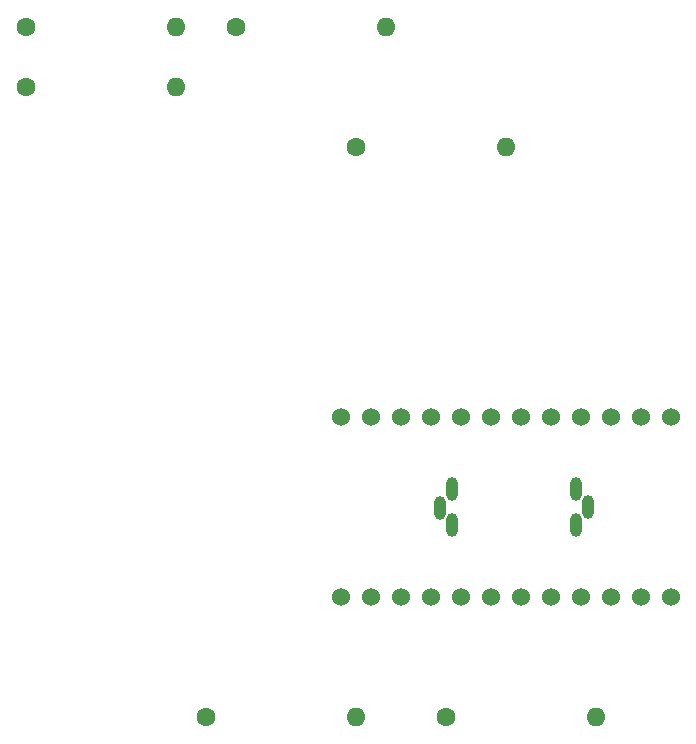
<source format=gbr>
%TF.GenerationSoftware,KiCad,Pcbnew,(7.0.0)*%
%TF.CreationDate,2023-08-10T15:45:04+02:00*%
%TF.ProjectId,JIG_MULTI,4a49475f-4d55-44c5-9449-2e6b69636164,rev?*%
%TF.SameCoordinates,Original*%
%TF.FileFunction,Soldermask,Bot*%
%TF.FilePolarity,Negative*%
%FSLAX46Y46*%
G04 Gerber Fmt 4.6, Leading zero omitted, Abs format (unit mm)*
G04 Created by KiCad (PCBNEW (7.0.0)) date 2023-08-10 15:45:04*
%MOMM*%
%LPD*%
G01*
G04 APERTURE LIST*
%ADD10C,1.524000*%
%ADD11C,1.600000*%
%ADD12O,1.600000X1.600000*%
%ADD13O,1.000000X2.000000*%
G04 APERTURE END LIST*
D10*
%TO.C,U3*%
X69850000Y-88900000D03*
X72390000Y-88900000D03*
X74930000Y-88900000D03*
X77470000Y-88900000D03*
X80010000Y-88900000D03*
X82550000Y-88900000D03*
X85090000Y-88900000D03*
X87630000Y-88900000D03*
X90170000Y-88900000D03*
X92710000Y-88900000D03*
X95250000Y-88900000D03*
X97790000Y-88900000D03*
%TD*%
D11*
%TO.C,R3*%
X60960000Y-40640000D03*
D12*
X73659999Y-40639999D03*
%TD*%
D11*
%TO.C,R5*%
X58420000Y-99060000D03*
D12*
X71119999Y-99059999D03*
%TD*%
D11*
%TO.C,R4*%
X71120000Y-50800000D03*
D12*
X83819999Y-50799999D03*
%TD*%
D11*
%TO.C,R2*%
X43180000Y-45720000D03*
D12*
X55879999Y-45719999D03*
%TD*%
D11*
%TO.C,R1*%
X43180000Y-40640000D03*
D12*
X55879999Y-40639999D03*
%TD*%
D10*
%TO.C,U2*%
X69850000Y-73660000D03*
X72390000Y-73660000D03*
X74930000Y-73660000D03*
X77470000Y-73660000D03*
X80010000Y-73660000D03*
X82550000Y-73660000D03*
X85090000Y-73660000D03*
X87630000Y-73660000D03*
X90170000Y-73660000D03*
X92710000Y-73660000D03*
X95250000Y-73660000D03*
X97790000Y-73660000D03*
%TD*%
D13*
%TO.C,U1*%
X79247999Y-79755999D03*
X79247999Y-82855999D03*
X78247999Y-81355999D03*
X89747999Y-82855999D03*
X89747999Y-79755999D03*
X90747999Y-81255999D03*
%TD*%
D11*
%TO.C,R6*%
X78740000Y-99060000D03*
D12*
X91439999Y-99059999D03*
%TD*%
M02*

</source>
